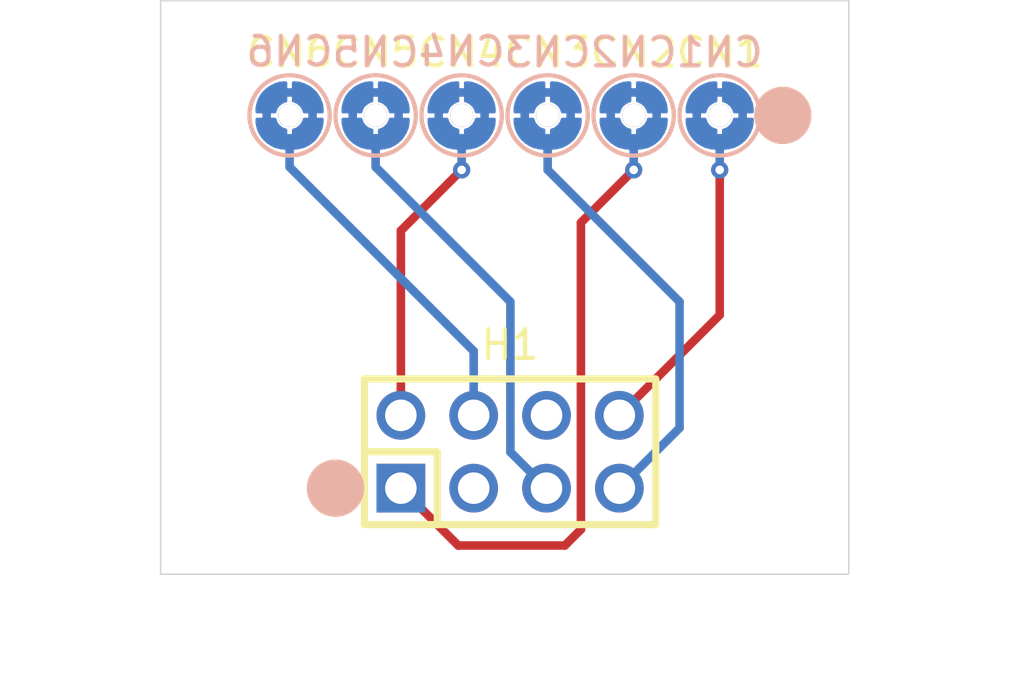
<source format=kicad_pcb>
(kicad_pcb (version 20241229) (generator "pcbnew") (generator_version "9.0")
  (layers (0 "F.Cu" signal) (2 "B.Cu" signal) (13 "F.Paste" user) (15 "B.Paste" user) (5 "F.SilkS" user "F.Silkscreen") (7 "B.SilkS" user "B.Silkscreen") (1 "F.Mask" user) (3 "B.Mask" user) (25 "Edge.Cuts" user))
  (net 0 "")
  (net 1 "Net-(CN1-Pad1)")
  (net 2 "Net-(CN2-Pad1)")
  (net 3 "Net-(CN3-Pad1)")
  (net 4 "Net-(CN4-Pad1)")
  (net 5 "Net-(CN5-Pad1)")
  (net 6 "Net-(CN6-Pad1)")
  (footprint "easyeda2kicad:HDR-TH_8P-P2.54-V-M-R2-C4-S2.54" (layer "F.Cu") (at 144.69 99.83)
    (property "Reference" "H1" (at 0 -3.73 0) (layer "F.SilkS"))
    (property "Value" "PZ254V-12-8P")
    (fp_line (start -5.08 -2.54) (end 5.07 -2.54) (stroke (width 0.25)) (layer "F.SilkS"))
    (fp_line (start -5.08 0) (end -2.54 0) (stroke (width 0.25)) (layer "F.SilkS"))
    (fp_line (start -5.08 2.54) (end -5.08 -2.54) (stroke (width 0.25)) (layer "F.SilkS"))
    (fp_line (start -2.54 0) (end -2.54 2.54) (stroke (width 0.25)) (layer "F.SilkS"))
    (fp_line (start 5.08 -2.54) (end 5.08 2.54) (stroke (width 0.25)) (layer "F.SilkS"))
    (fp_line (start 5.08 2.54) (end -5.08 2.54) (stroke (width 0.25)) (layer "F.SilkS"))
    (pad "1" thru_hole rect (at -3.81 1.27) (size 1.7 1.7) (drill 1.099998) (layers "*.Cu" "*.Mask") (net 2 "Net-(CN2-Pad1)"))
    (pad "2" thru_hole circle (at -3.81 -1.27) (size 1.7 1.7) (drill 1.099998) (layers "*.Cu" "*.Mask") (net 4 "Net-(CN4-Pad1)"))
    (pad "3" thru_hole circle (at -1.27 1.27) (size 1.7 1.7) (drill 1.099998) (layers "*.Cu" "*.Mask"))
    (pad "4" thru_hole circle (at -1.27 -1.27) (size 1.7 1.7) (drill 1.099998) (layers "*.Cu" "*.Mask") (net 6 "Net-(CN6-Pad1)"))
    (pad "5" thru_hole circle (at 1.27 1.27) (size 1.7 1.7) (drill 1.099998) (layers "*.Cu" "*.Mask") (net 5 "Net-(CN5-Pad1)"))
    (pad "6" thru_hole circle (at 1.27 -1.27) (size 1.7 1.7) (drill 1.099998) (layers "*.Cu" "*.Mask"))
    (pad "7" thru_hole circle (at 3.81 1.27) (size 1.7 1.7) (drill 1.099998) (layers "*.Cu" "*.Mask") (net 3 "Net-(CN3-Pad1)"))
    (pad "8" thru_hole circle (at 3.81 -1.27) (size 1.7 1.7) (drill 1.099998) (layers "*.Cu" "*.Mask") (net 1 "Net-(CN1-Pad1)"))
  )
  (footprint "easyeda2kicad:TESTPOINT-SMD_BD2.0-D0.7" (layer "B.Cu") (at 152 88.1 180)
    (property "Reference" "CN1" (at 0 2.2 0) (layer "B.SilkS") (effects (justify mirror)))
    (property "Value" "YZ29115060P-02")
    (fp_circle (center 0 0) (end 1.4 0) (stroke (width 0.15)) (fill no) (layer "B.SilkS"))
    (pad "" thru_hole circle (at 0 0 180) (size 0.8 0.8) (drill 0.8) (layers "*.Cu" "*.Mask"))
    (pad "1" smd custom (at -0.63 0.57 180) (size 0.01 0.01) (layers "B.Cu" "B.Mask" "B.Paste") (net 1 "Net-(CN1-Pad1)") (options (clearance outline) (anchor circle)) (primitives (gr_poly (pts (xy 0.5 -0.07) (xy 0.5 0.57) (xy 0.46 0.57) (xy 0.41 0.57) (xy 0.37 0.56) (xy 0.32 0.56) (xy 0.28 0.55) (xy 0.23 0.54) (xy 0.19 0.52) (xy 0.14 0.51) (xy 0.1 0.49) (xy 0.06 0.47) (xy 0.02 0.45) (xy -0.02 0.43) (xy -0.06 0.41) (xy -0.1 0.38) (xy -0.13 0.35) (xy -0.17 0.32) (xy -0.2 0.29) (xy -0.24 0.26) (xy -0.27 0.23) (xy -0.3 0.19) (xy -0.32 0.16) (xy -0.35 0.12) (xy -0.37 0.08) (xy -0.4 0.04) (xy -0.42 0) (xy -0.43 -0.04) (xy -0.45 -0.09) (xy -0.47 -0.13) (xy -0.48 -0.17) (xy -0.49 -0.22) (xy -0.5 -0.26) (xy -0.5 -0.31) (xy -0.51 -0.35) (xy -0.51 -0.4) (xy -0.51 -0.45) (xy 0.12 -0.45) (xy 0.13 -0.41) (xy 0.14 -0.38) (xy 0.15 -0.35) (xy 0.17 -0.32) (xy 0.19 -0.29) (xy 0.2 -0.26) (xy 0.22 -0.24) (xy 0.25 -0.21) (xy 0.27 -0.19) (xy 0.3 -0.17) (xy 0.32 -0.15) (xy 0.35 -0.13) (xy 0.38 -0.11) (xy 0.41 -0.1) (xy 0.44 -0.08) (xy 0.47 -0.07) (xy 0.5 -0.07)) (width 0.1) (fill yes))))
    (pad "1" smd custom (at -0.57 -0.63 180) (size 0.01 0.01) (layers "B.Cu" "B.Mask" "B.Paste") (net 1 "Net-(CN1-Pad1)") (options (clearance outline) (anchor circle)) (primitives (gr_poly (pts (xy 0.06 0.5) (xy -0.57 0.5) (xy -0.57 0.45) (xy -0.57 0.41) (xy -0.56 0.36) (xy -0.56 0.32) (xy -0.55 0.27) (xy -0.54 0.23) (xy -0.53 0.18) (xy -0.51 0.14) (xy -0.49 0.1) (xy -0.48 0.06) (xy -0.46 0.02) (xy -0.43 -0.02) (xy -0.41 -0.06) (xy -0.38 -0.1) (xy -0.36 -0.14) (xy -0.33 -0.17) (xy -0.3 -0.21) (xy -0.26 -0.24) (xy -0.23 -0.27) (xy -0.19 -0.3) (xy -0.16 -0.33) (xy -0.12 -0.35) (xy -0.08 -0.38) (xy -0.04 -0.4) (xy 0 -0.42) (xy 0.04 -0.44) (xy 0.08 -0.46) (xy 0.13 -0.47) (xy 0.17 -0.48) (xy 0.22 -0.49) (xy 0.26 -0.5) (xy 0.31 -0.51) (xy 0.35 -0.51) (xy 0.4 -0.52) (xy 0.44 -0.52) (xy 0.44 0.12) (xy 0.41 0.13) (xy 0.38 0.14) (xy 0.35 0.15) (xy 0.32 0.16) (xy 0.29 0.18) (xy 0.26 0.2) (xy 0.24 0.22) (xy 0.21 0.24) (xy 0.19 0.27) (xy 0.16 0.29) (xy 0.14 0.32) (xy 0.13 0.35) (xy 0.11 0.37) (xy 0.09 0.4) (xy 0.08 0.44) (xy 0.07 0.47) (xy 0.06 0.5)) (width 0.1) (fill yes))))
    (pad "1" smd custom (at 0.57 0.63 180) (size 0.01 0.01) (layers "B.Cu" "B.Mask" "B.Paste") (net 1 "Net-(CN1-Pad1)") (options (clearance outline) (anchor circle)) (primitives (gr_poly (pts (xy -0.06 -0.51) (xy 0.57 -0.51) (xy 0.57 -0.46) (xy 0.57 -0.41) (xy 0.57 -0.37) (xy 0.56 -0.32) (xy 0.55 -0.28) (xy 0.54 -0.23) (xy 0.53 -0.19) (xy 0.51 -0.15) (xy 0.5 -0.1) (xy 0.48 -0.06) (xy 0.46 -0.02) (xy 0.44 0.02) (xy 0.41 0.06) (xy 0.39 0.1) (xy 0.36 0.13) (xy 0.33 0.17) (xy 0.3 0.2) (xy 0.26 0.23) (xy 0.23 0.26) (xy 0.2 0.29) (xy 0.16 0.32) (xy 0.12 0.35) (xy 0.08 0.37) (xy 0.04 0.39) (xy 0 0.41) (xy -0.04 0.43) (xy -0.08 0.45) (xy -0.13 0.46) (xy -0.17 0.48) (xy -0.21 0.49) (xy -0.26 0.5) (xy -0.3 0.5) (xy -0.35 0.51) (xy -0.4 0.51) (xy -0.44 0.51) (xy -0.44 -0.13) (xy -0.41 -0.13) (xy -0.38 -0.14) (xy -0.35 -0.16) (xy -0.32 -0.17) (xy -0.29 -0.19) (xy -0.26 -0.21) (xy -0.23 -0.23) (xy -0.21 -0.25) (xy -0.18 -0.27) (xy -0.16 -0.3) (xy -0.14 -0.32) (xy -0.12 -0.35) (xy -0.11 -0.38) (xy -0.09 -0.41) (xy -0.08 -0.44) (xy -0.07 -0.47) (xy -0.06 -0.51)) (width 0.1) (fill yes))))
    (pad "1" smd custom (at 0.63 -0.57 180) (size 0.01 0.01) (layers "B.Cu" "B.Mask" "B.Paste") (net 1 "Net-(CN1-Pad1)") (options (clearance outline) (anchor circle)) (primitives (gr_poly (pts (xy -0.5 0.06) (xy -0.5 -0.58) (xy -0.46 -0.58) (xy -0.41 -0.57) (xy -0.36 -0.57) (xy -0.32 -0.56) (xy -0.27 -0.55) (xy -0.23 -0.54) (xy -0.19 -0.53) (xy -0.14 -0.52) (xy -0.1 -0.5) (xy -0.06 -0.48) (xy -0.02 -0.46) (xy 0.02 -0.44) (xy 0.06 -0.41) (xy 0.1 -0.39) (xy 0.14 -0.36) (xy 0.17 -0.33) (xy 0.2 -0.3) (xy 0.24 -0.27) (xy 0.27 -0.23) (xy 0.3 -0.2) (xy 0.33 -0.16) (xy 0.35 -0.12) (xy 0.38 -0.08) (xy 0.4 -0.04) (xy 0.42 0) (xy 0.44 0.04) (xy 0.45 0.08) (xy 0.47 0.12) (xy 0.48 0.17) (xy 0.49 0.21) (xy 0.5 0.26) (xy 0.51 0.3) (xy 0.51 0.35) (xy 0.51 0.39) (xy 0.51 0.44) (xy -0.12 0.44) (xy -0.13 0.41) (xy -0.14 0.38) (xy -0.15 0.34) (xy -0.17 0.31) (xy -0.18 0.29) (xy -0.2 0.26) (xy -0.22 0.23) (xy -0.24 0.21) (xy -0.27 0.18) (xy -0.29 0.16) (xy -0.32 0.14) (xy -0.35 0.12) (xy -0.38 0.1) (xy -0.41 0.09) (xy -0.44 0.08) (xy -0.47 0.07) (xy -0.5 0.06)) (width 0.1) (fill yes))))
  )
  (footprint "easyeda2kicad:TESTPOINT-SMD_BD2.0-D0.7" (layer "B.Cu") (at 137 88.1 180)
    (property "Reference" "CN6" (at 0 2.23 0) (layer "B.SilkS") (effects (justify mirror)))
    (property "Value" "YZ29115060P-02")
    (fp_circle (center 0 0) (end 1.4 0) (stroke (width 0.15)) (fill no) (layer "B.SilkS"))
    (pad "" thru_hole circle (at 0 0 180) (size 0.8 0.8) (drill 0.8) (layers "*.Cu" "*.Mask"))
    (pad "1" smd custom (at -0.63 0.57 180) (size 0.01 0.01) (layers "B.Cu" "B.Mask" "B.Paste") (net 6 "Net-(CN6-Pad1)") (options (clearance outline) (anchor circle)) (primitives (gr_poly (pts (xy 0.5 -0.07) (xy 0.5 0.57) (xy 0.46 0.57) (xy 0.41 0.57) (xy 0.37 0.56) (xy 0.32 0.56) (xy 0.28 0.55) (xy 0.23 0.54) (xy 0.19 0.52) (xy 0.14 0.51) (xy 0.1 0.49) (xy 0.06 0.47) (xy 0.02 0.45) (xy -0.02 0.43) (xy -0.06 0.41) (xy -0.1 0.38) (xy -0.13 0.35) (xy -0.17 0.32) (xy -0.2 0.29) (xy -0.24 0.26) (xy -0.27 0.23) (xy -0.3 0.19) (xy -0.32 0.16) (xy -0.35 0.12) (xy -0.37 0.08) (xy -0.4 0.04) (xy -0.42 0) (xy -0.43 -0.04) (xy -0.45 -0.09) (xy -0.47 -0.13) (xy -0.48 -0.17) (xy -0.49 -0.22) (xy -0.5 -0.26) (xy -0.5 -0.31) (xy -0.51 -0.35) (xy -0.51 -0.4) (xy -0.51 -0.45) (xy 0.12 -0.45) (xy 0.13 -0.41) (xy 0.14 -0.38) (xy 0.15 -0.35) (xy 0.17 -0.32) (xy 0.19 -0.29) (xy 0.2 -0.26) (xy 0.22 -0.24) (xy 0.25 -0.21) (xy 0.27 -0.19) (xy 0.3 -0.17) (xy 0.32 -0.15) (xy 0.35 -0.13) (xy 0.38 -0.11) (xy 0.41 -0.1) (xy 0.44 -0.08) (xy 0.47 -0.07) (xy 0.5 -0.07)) (width 0.1) (fill yes))))
    (pad "1" smd custom (at -0.57 -0.63 180) (size 0.01 0.01) (layers "B.Cu" "B.Mask" "B.Paste") (net 6 "Net-(CN6-Pad1)") (options (clearance outline) (anchor circle)) (primitives (gr_poly (pts (xy 0.06 0.5) (xy -0.57 0.5) (xy -0.57 0.45) (xy -0.57 0.41) (xy -0.56 0.36) (xy -0.56 0.32) (xy -0.55 0.27) (xy -0.54 0.23) (xy -0.53 0.18) (xy -0.51 0.14) (xy -0.49 0.1) (xy -0.48 0.06) (xy -0.46 0.02) (xy -0.43 -0.02) (xy -0.41 -0.06) (xy -0.38 -0.1) (xy -0.36 -0.14) (xy -0.33 -0.17) (xy -0.3 -0.21) (xy -0.26 -0.24) (xy -0.23 -0.27) (xy -0.19 -0.3) (xy -0.16 -0.33) (xy -0.12 -0.35) (xy -0.08 -0.38) (xy -0.04 -0.4) (xy 0 -0.42) (xy 0.04 -0.44) (xy 0.08 -0.46) (xy 0.13 -0.47) (xy 0.17 -0.48) (xy 0.22 -0.49) (xy 0.26 -0.5) (xy 0.31 -0.51) (xy 0.35 -0.51) (xy 0.4 -0.52) (xy 0.44 -0.52) (xy 0.44 0.12) (xy 0.41 0.13) (xy 0.38 0.14) (xy 0.35 0.15) (xy 0.32 0.16) (xy 0.29 0.18) (xy 0.26 0.2) (xy 0.24 0.22) (xy 0.21 0.24) (xy 0.19 0.27) (xy 0.16 0.29) (xy 0.14 0.32) (xy 0.13 0.35) (xy 0.11 0.37) (xy 0.09 0.4) (xy 0.08 0.44) (xy 0.07 0.47) (xy 0.06 0.5)) (width 0.1) (fill yes))))
    (pad "1" smd custom (at 0.57 0.63 180) (size 0.01 0.01) (layers "B.Cu" "B.Mask" "B.Paste") (net 6 "Net-(CN6-Pad1)") (options (clearance outline) (anchor circle)) (primitives (gr_poly (pts (xy -0.06 -0.51) (xy 0.57 -0.51) (xy 0.57 -0.46) (xy 0.57 -0.41) (xy 0.57 -0.37) (xy 0.56 -0.32) (xy 0.55 -0.28) (xy 0.54 -0.23) (xy 0.53 -0.19) (xy 0.51 -0.15) (xy 0.5 -0.1) (xy 0.48 -0.06) (xy 0.46 -0.02) (xy 0.44 0.02) (xy 0.41 0.06) (xy 0.39 0.1) (xy 0.36 0.13) (xy 0.33 0.17) (xy 0.3 0.2) (xy 0.26 0.23) (xy 0.23 0.26) (xy 0.2 0.29) (xy 0.16 0.32) (xy 0.12 0.35) (xy 0.08 0.37) (xy 0.04 0.39) (xy 0 0.41) (xy -0.04 0.43) (xy -0.08 0.45) (xy -0.13 0.46) (xy -0.17 0.48) (xy -0.21 0.49) (xy -0.26 0.5) (xy -0.3 0.5) (xy -0.35 0.51) (xy -0.4 0.51) (xy -0.44 0.51) (xy -0.44 -0.13) (xy -0.41 -0.13) (xy -0.38 -0.14) (xy -0.35 -0.16) (xy -0.32 -0.17) (xy -0.29 -0.19) (xy -0.26 -0.21) (xy -0.23 -0.23) (xy -0.21 -0.25) (xy -0.18 -0.27) (xy -0.16 -0.3) (xy -0.14 -0.32) (xy -0.12 -0.35) (xy -0.11 -0.38) (xy -0.09 -0.41) (xy -0.08 -0.44) (xy -0.07 -0.47) (xy -0.06 -0.51)) (width 0.1) (fill yes))))
    (pad "1" smd custom (at 0.63 -0.57 180) (size 0.01 0.01) (layers "B.Cu" "B.Mask" "B.Paste") (net 6 "Net-(CN6-Pad1)") (options (clearance outline) (anchor circle)) (primitives (gr_poly (pts (xy -0.5 0.06) (xy -0.5 -0.58) (xy -0.46 -0.58) (xy -0.41 -0.57) (xy -0.36 -0.57) (xy -0.32 -0.56) (xy -0.27 -0.55) (xy -0.23 -0.54) (xy -0.19 -0.53) (xy -0.14 -0.52) (xy -0.1 -0.5) (xy -0.06 -0.48) (xy -0.02 -0.46) (xy 0.02 -0.44) (xy 0.06 -0.41) (xy 0.1 -0.39) (xy 0.14 -0.36) (xy 0.17 -0.33) (xy 0.2 -0.3) (xy 0.24 -0.27) (xy 0.27 -0.23) (xy 0.3 -0.2) (xy 0.33 -0.16) (xy 0.35 -0.12) (xy 0.38 -0.08) (xy 0.4 -0.04) (xy 0.42 0) (xy 0.44 0.04) (xy 0.45 0.08) (xy 0.47 0.12) (xy 0.48 0.17) (xy 0.49 0.21) (xy 0.5 0.26) (xy 0.51 0.3) (xy 0.51 0.35) (xy 0.51 0.39) (xy 0.51 0.44) (xy -0.12 0.44) (xy -0.13 0.41) (xy -0.14 0.38) (xy -0.15 0.34) (xy -0.17 0.31) (xy -0.18 0.29) (xy -0.2 0.26) (xy -0.22 0.23) (xy -0.24 0.21) (xy -0.27 0.18) (xy -0.29 0.16) (xy -0.32 0.14) (xy -0.35 0.12) (xy -0.38 0.1) (xy -0.41 0.09) (xy -0.44 0.08) (xy -0.47 0.07) (xy -0.5 0.06)) (width 0.1) (fill yes))))
  )
  (footprint "easyeda2kicad:TESTPOINT-SMD_BD2.0-D0.7" (layer "B.Cu") (at 140 88.1 180)
    (property "Reference" "CN5" (at 0 2.2 0) (layer "B.SilkS") (effects (justify mirror)))
    (property "Value" "YZ29115060P-02")
    (fp_circle (center 0 0) (end 1.4 0) (stroke (width 0.15)) (fill no) (layer "B.SilkS"))
    (pad "" thru_hole circle (at 0 0 180) (size 0.8 0.8) (drill 0.8) (layers "*.Cu" "*.Mask"))
    (pad "1" smd custom (at -0.63 0.57 180) (size 0.01 0.01) (layers "B.Cu" "B.Mask" "B.Paste") (net 5 "Net-(CN5-Pad1)") (options (clearance outline) (anchor circle)) (primitives (gr_poly (pts (xy 0.5 -0.07) (xy 0.5 0.57) (xy 0.46 0.57) (xy 0.41 0.57) (xy 0.37 0.56) (xy 0.32 0.56) (xy 0.28 0.55) (xy 0.23 0.54) (xy 0.19 0.52) (xy 0.14 0.51) (xy 0.1 0.49) (xy 0.06 0.47) (xy 0.02 0.45) (xy -0.02 0.43) (xy -0.06 0.41) (xy -0.1 0.38) (xy -0.13 0.35) (xy -0.17 0.32) (xy -0.2 0.29) (xy -0.24 0.26) (xy -0.27 0.23) (xy -0.3 0.19) (xy -0.32 0.16) (xy -0.35 0.12) (xy -0.37 0.08) (xy -0.4 0.04) (xy -0.42 0) (xy -0.43 -0.04) (xy -0.45 -0.09) (xy -0.47 -0.13) (xy -0.48 -0.17) (xy -0.49 -0.22) (xy -0.5 -0.26) (xy -0.5 -0.31) (xy -0.51 -0.35) (xy -0.51 -0.4) (xy -0.51 -0.45) (xy 0.12 -0.45) (xy 0.13 -0.41) (xy 0.14 -0.38) (xy 0.15 -0.35) (xy 0.17 -0.32) (xy 0.19 -0.29) (xy 0.2 -0.26) (xy 0.22 -0.24) (xy 0.25 -0.21) (xy 0.27 -0.19) (xy 0.3 -0.17) (xy 0.32 -0.15) (xy 0.35 -0.13) (xy 0.38 -0.11) (xy 0.41 -0.1) (xy 0.44 -0.08) (xy 0.47 -0.07) (xy 0.5 -0.07)) (width 0.1) (fill yes))))
    (pad "1" smd custom (at -0.57 -0.63 180) (size 0.01 0.01) (layers "B.Cu" "B.Mask" "B.Paste") (net 5 "Net-(CN5-Pad1)") (options (clearance outline) (anchor circle)) (primitives (gr_poly (pts (xy 0.06 0.5) (xy -0.57 0.5) (xy -0.57 0.45) (xy -0.57 0.41) (xy -0.56 0.36) (xy -0.56 0.32) (xy -0.55 0.27) (xy -0.54 0.23) (xy -0.53 0.18) (xy -0.51 0.14) (xy -0.49 0.1) (xy -0.48 0.06) (xy -0.46 0.02) (xy -0.43 -0.02) (xy -0.41 -0.06) (xy -0.38 -0.1) (xy -0.36 -0.14) (xy -0.33 -0.17) (xy -0.3 -0.21) (xy -0.26 -0.24) (xy -0.23 -0.27) (xy -0.19 -0.3) (xy -0.16 -0.33) (xy -0.12 -0.35) (xy -0.08 -0.38) (xy -0.04 -0.4) (xy 0 -0.42) (xy 0.04 -0.44) (xy 0.08 -0.46) (xy 0.13 -0.47) (xy 0.17 -0.48) (xy 0.22 -0.49) (xy 0.26 -0.5) (xy 0.31 -0.51) (xy 0.35 -0.51) (xy 0.4 -0.52) (xy 0.44 -0.52) (xy 0.44 0.12) (xy 0.41 0.13) (xy 0.38 0.14) (xy 0.35 0.15) (xy 0.32 0.16) (xy 0.29 0.18) (xy 0.26 0.2) (xy 0.24 0.22) (xy 0.21 0.24) (xy 0.19 0.27) (xy 0.16 0.29) (xy 0.14 0.32) (xy 0.13 0.35) (xy 0.11 0.37) (xy 0.09 0.4) (xy 0.08 0.44) (xy 0.07 0.47) (xy 0.06 0.5)) (width 0.1) (fill yes))))
    (pad "1" smd custom (at 0.57 0.63 180) (size 0.01 0.01) (layers "B.Cu" "B.Mask" "B.Paste") (net 5 "Net-(CN5-Pad1)") (options (clearance outline) (anchor circle)) (primitives (gr_poly (pts (xy -0.06 -0.51) (xy 0.57 -0.51) (xy 0.57 -0.46) (xy 0.57 -0.41) (xy 0.57 -0.37) (xy 0.56 -0.32) (xy 0.55 -0.28) (xy 0.54 -0.23) (xy 0.53 -0.19) (xy 0.51 -0.15) (xy 0.5 -0.1) (xy 0.48 -0.06) (xy 0.46 -0.02) (xy 0.44 0.02) (xy 0.41 0.06) (xy 0.39 0.1) (xy 0.36 0.13) (xy 0.33 0.17) (xy 0.3 0.2) (xy 0.26 0.23) (xy 0.23 0.26) (xy 0.2 0.29) (xy 0.16 0.32) (xy 0.12 0.35) (xy 0.08 0.37) (xy 0.04 0.39) (xy 0 0.41) (xy -0.04 0.43) (xy -0.08 0.45) (xy -0.13 0.46) (xy -0.17 0.48) (xy -0.21 0.49) (xy -0.26 0.5) (xy -0.3 0.5) (xy -0.35 0.51) (xy -0.4 0.51) (xy -0.44 0.51) (xy -0.44 -0.13) (xy -0.41 -0.13) (xy -0.38 -0.14) (xy -0.35 -0.16) (xy -0.32 -0.17) (xy -0.29 -0.19) (xy -0.26 -0.21) (xy -0.23 -0.23) (xy -0.21 -0.25) (xy -0.18 -0.27) (xy -0.16 -0.3) (xy -0.14 -0.32) (xy -0.12 -0.35) (xy -0.11 -0.38) (xy -0.09 -0.41) (xy -0.08 -0.44) (xy -0.07 -0.47) (xy -0.06 -0.51)) (width 0.1) (fill yes))))
    (pad "1" smd custom (at 0.63 -0.57 180) (size 0.01 0.01) (layers "B.Cu" "B.Mask" "B.Paste") (net 5 "Net-(CN5-Pad1)") (options (clearance outline) (anchor circle)) (primitives (gr_poly (pts (xy -0.5 0.06) (xy -0.5 -0.58) (xy -0.46 -0.58) (xy -0.41 -0.57) (xy -0.36 -0.57) (xy -0.32 -0.56) (xy -0.27 -0.55) (xy -0.23 -0.54) (xy -0.19 -0.53) (xy -0.14 -0.52) (xy -0.1 -0.5) (xy -0.06 -0.48) (xy -0.02 -0.46) (xy 0.02 -0.44) (xy 0.06 -0.41) (xy 0.1 -0.39) (xy 0.14 -0.36) (xy 0.17 -0.33) (xy 0.2 -0.3) (xy 0.24 -0.27) (xy 0.27 -0.23) (xy 0.3 -0.2) (xy 0.33 -0.16) (xy 0.35 -0.12) (xy 0.38 -0.08) (xy 0.4 -0.04) (xy 0.42 0) (xy 0.44 0.04) (xy 0.45 0.08) (xy 0.47 0.12) (xy 0.48 0.17) (xy 0.49 0.21) (xy 0.5 0.26) (xy 0.51 0.3) (xy 0.51 0.35) (xy 0.51 0.39) (xy 0.51 0.44) (xy -0.12 0.44) (xy -0.13 0.41) (xy -0.14 0.38) (xy -0.15 0.34) (xy -0.17 0.31) (xy -0.18 0.29) (xy -0.2 0.26) (xy -0.22 0.23) (xy -0.24 0.21) (xy -0.27 0.18) (xy -0.29 0.16) (xy -0.32 0.14) (xy -0.35 0.12) (xy -0.38 0.1) (xy -0.41 0.09) (xy -0.44 0.08) (xy -0.47 0.07) (xy -0.5 0.06)) (width 0.1) (fill yes))))
  )
  (footprint "easyeda2kicad:TESTPOINT-SMD_BD2.0-D0.7" (layer "B.Cu") (at 146 88.1 180)
    (property "Reference" "CN3" (at 0 2.2 0) (layer "B.SilkS") (effects (justify mirror)))
    (property "Value" "YZ29115060P-02")
    (fp_circle (center 0 0) (end 1.4 0) (stroke (width 0.15)) (fill no) (layer "B.SilkS"))
    (pad "" thru_hole circle (at 0 0 180) (size 0.8 0.8) (drill 0.8) (layers "*.Cu" "*.Mask"))
    (pad "1" smd custom (at -0.63 0.57 180) (size 0.01 0.01) (layers "B.Cu" "B.Mask" "B.Paste") (net 3 "Net-(CN3-Pad1)") (options (clearance outline) (anchor circle)) (primitives (gr_poly (pts (xy 0.5 -0.07) (xy 0.5 0.57) (xy 0.46 0.57) (xy 0.41 0.57) (xy 0.37 0.56) (xy 0.32 0.56) (xy 0.28 0.55) (xy 0.23 0.54) (xy 0.19 0.52) (xy 0.14 0.51) (xy 0.1 0.49) (xy 0.06 0.47) (xy 0.02 0.45) (xy -0.02 0.43) (xy -0.06 0.41) (xy -0.1 0.38) (xy -0.13 0.35) (xy -0.17 0.32) (xy -0.2 0.29) (xy -0.24 0.26) (xy -0.27 0.23) (xy -0.3 0.19) (xy -0.32 0.16) (xy -0.35 0.12) (xy -0.37 0.08) (xy -0.4 0.04) (xy -0.42 0) (xy -0.43 -0.04) (xy -0.45 -0.09) (xy -0.47 -0.13) (xy -0.48 -0.17) (xy -0.49 -0.22) (xy -0.5 -0.26) (xy -0.5 -0.31) (xy -0.51 -0.35) (xy -0.51 -0.4) (xy -0.51 -0.45) (xy 0.12 -0.45) (xy 0.13 -0.41) (xy 0.14 -0.38) (xy 0.15 -0.35) (xy 0.17 -0.32) (xy 0.19 -0.29) (xy 0.2 -0.26) (xy 0.22 -0.24) (xy 0.25 -0.21) (xy 0.27 -0.19) (xy 0.3 -0.17) (xy 0.32 -0.15) (xy 0.35 -0.13) (xy 0.38 -0.11) (xy 0.41 -0.1) (xy 0.44 -0.08) (xy 0.47 -0.07) (xy 0.5 -0.07)) (width 0.1) (fill yes))))
    (pad "1" smd custom (at -0.57 -0.63 180) (size 0.01 0.01) (layers "B.Cu" "B.Mask" "B.Paste") (net 3 "Net-(CN3-Pad1)") (options (clearance outline) (anchor circle)) (primitives (gr_poly (pts (xy 0.06 0.5) (xy -0.57 0.5) (xy -0.57 0.45) (xy -0.57 0.41) (xy -0.56 0.36) (xy -0.56 0.32) (xy -0.55 0.27) (xy -0.54 0.23) (xy -0.53 0.18) (xy -0.51 0.14) (xy -0.49 0.1) (xy -0.48 0.06) (xy -0.46 0.02) (xy -0.43 -0.02) (xy -0.41 -0.06) (xy -0.38 -0.1) (xy -0.36 -0.14) (xy -0.33 -0.17) (xy -0.3 -0.21) (xy -0.26 -0.24) (xy -0.23 -0.27) (xy -0.19 -0.3) (xy -0.16 -0.33) (xy -0.12 -0.35) (xy -0.08 -0.38) (xy -0.04 -0.4) (xy 0 -0.42) (xy 0.04 -0.44) (xy 0.08 -0.46) (xy 0.13 -0.47) (xy 0.17 -0.48) (xy 0.22 -0.49) (xy 0.26 -0.5) (xy 0.31 -0.51) (xy 0.35 -0.51) (xy 0.4 -0.52) (xy 0.44 -0.52) (xy 0.44 0.12) (xy 0.41 0.13) (xy 0.38 0.14) (xy 0.35 0.15) (xy 0.32 0.16) (xy 0.29 0.18) (xy 0.26 0.2) (xy 0.24 0.22) (xy 0.21 0.24) (xy 0.19 0.27) (xy 0.16 0.29) (xy 0.14 0.32) (xy 0.13 0.35) (xy 0.11 0.37) (xy 0.09 0.4) (xy 0.08 0.44) (xy 0.07 0.47) (xy 0.06 0.5)) (width 0.1) (fill yes))))
    (pad "1" smd custom (at 0.57 0.63 180) (size 0.01 0.01) (layers "B.Cu" "B.Mask" "B.Paste") (net 3 "Net-(CN3-Pad1)") (options (clearance outline) (anchor circle)) (primitives (gr_poly (pts (xy -0.06 -0.51) (xy 0.57 -0.51) (xy 0.57 -0.46) (xy 0.57 -0.41) (xy 0.57 -0.37) (xy 0.56 -0.32) (xy 0.55 -0.28) (xy 0.54 -0.23) (xy 0.53 -0.19) (xy 0.51 -0.15) (xy 0.5 -0.1) (xy 0.48 -0.06) (xy 0.46 -0.02) (xy 0.44 0.02) (xy 0.41 0.06) (xy 0.39 0.1) (xy 0.36 0.13) (xy 0.33 0.17) (xy 0.3 0.2) (xy 0.26 0.23) (xy 0.23 0.26) (xy 0.2 0.29) (xy 0.16 0.32) (xy 0.12 0.35) (xy 0.08 0.37) (xy 0.04 0.39) (xy 0 0.41) (xy -0.04 0.43) (xy -0.08 0.45) (xy -0.13 0.46) (xy -0.17 0.48) (xy -0.21 0.49) (xy -0.26 0.5) (xy -0.3 0.5) (xy -0.35 0.51) (xy -0.4 0.51) (xy -0.44 0.51) (xy -0.44 -0.13) (xy -0.41 -0.13) (xy -0.38 -0.14) (xy -0.35 -0.16) (xy -0.32 -0.17) (xy -0.29 -0.19) (xy -0.26 -0.21) (xy -0.23 -0.23) (xy -0.21 -0.25) (xy -0.18 -0.27) (xy -0.16 -0.3) (xy -0.14 -0.32) (xy -0.12 -0.35) (xy -0.11 -0.38) (xy -0.09 -0.41) (xy -0.08 -0.44) (xy -0.07 -0.47) (xy -0.06 -0.51)) (width 0.1) (fill yes))))
    (pad "1" smd custom (at 0.63 -0.57 180) (size 0.01 0.01) (layers "B.Cu" "B.Mask" "B.Paste") (net 3 "Net-(CN3-Pad1)") (options (clearance outline) (anchor circle)) (primitives (gr_poly (pts (xy -0.5 0.06) (xy -0.5 -0.58) (xy -0.46 -0.58) (xy -0.41 -0.57) (xy -0.36 -0.57) (xy -0.32 -0.56) (xy -0.27 -0.55) (xy -0.23 -0.54) (xy -0.19 -0.53) (xy -0.14 -0.52) (xy -0.1 -0.5) (xy -0.06 -0.48) (xy -0.02 -0.46) (xy 0.02 -0.44) (xy 0.06 -0.41) (xy 0.1 -0.39) (xy 0.14 -0.36) (xy 0.17 -0.33) (xy 0.2 -0.3) (xy 0.24 -0.27) (xy 0.27 -0.23) (xy 0.3 -0.2) (xy 0.33 -0.16) (xy 0.35 -0.12) (xy 0.38 -0.08) (xy 0.4 -0.04) (xy 0.42 0) (xy 0.44 0.04) (xy 0.45 0.08) (xy 0.47 0.12) (xy 0.48 0.17) (xy 0.49 0.21) (xy 0.5 0.26) (xy 0.51 0.3) (xy 0.51 0.35) (xy 0.51 0.39) (xy 0.51 0.44) (xy -0.12 0.44) (xy -0.13 0.41) (xy -0.14 0.38) (xy -0.15 0.34) (xy -0.17 0.31) (xy -0.18 0.29) (xy -0.2 0.26) (xy -0.22 0.23) (xy -0.24 0.21) (xy -0.27 0.18) (xy -0.29 0.16) (xy -0.32 0.14) (xy -0.35 0.12) (xy -0.38 0.1) (xy -0.41 0.09) (xy -0.44 0.08) (xy -0.47 0.07) (xy -0.5 0.06)) (width 0.1) (fill yes))))
  )
  (footprint "easyeda2kicad:TESTPOINT-SMD_BD2.0-D0.7" (layer "B.Cu") (at 143 88.1 180)
    (property "Reference" "CN4" (at 0 2.23 0) (layer "B.SilkS") (effects (justify mirror)))
    (property "Value" "YZ29115060P-02")
    (fp_circle (center 0 0) (end 1.4 0) (stroke (width 0.15)) (fill no) (layer "B.SilkS"))
    (pad "" thru_hole circle (at 0 0 180) (size 0.8 0.8) (drill 0.8) (layers "*.Cu" "*.Mask"))
    (pad "1" smd custom (at -0.63 0.57 180) (size 0.01 0.01) (layers "B.Cu" "B.Mask" "B.Paste") (net 4 "Net-(CN4-Pad1)") (options (clearance outline) (anchor circle)) (primitives (gr_poly (pts (xy 0.5 -0.07) (xy 0.5 0.57) (xy 0.46 0.57) (xy 0.41 0.57) (xy 0.37 0.56) (xy 0.32 0.56) (xy 0.28 0.55) (xy 0.23 0.54) (xy 0.19 0.52) (xy 0.14 0.51) (xy 0.1 0.49) (xy 0.06 0.47) (xy 0.02 0.45) (xy -0.02 0.43) (xy -0.06 0.41) (xy -0.1 0.38) (xy -0.13 0.35) (xy -0.17 0.32) (xy -0.2 0.29) (xy -0.24 0.26) (xy -0.27 0.23) (xy -0.3 0.19) (xy -0.32 0.16) (xy -0.35 0.12) (xy -0.37 0.08) (xy -0.4 0.04) (xy -0.42 0) (xy -0.43 -0.04) (xy -0.45 -0.09) (xy -0.47 -0.13) (xy -0.48 -0.17) (xy -0.49 -0.22) (xy -0.5 -0.26) (xy -0.5 -0.31) (xy -0.51 -0.35) (xy -0.51 -0.4) (xy -0.51 -0.45) (xy 0.12 -0.45) (xy 0.13 -0.41) (xy 0.14 -0.38) (xy 0.15 -0.35) (xy 0.17 -0.32) (xy 0.19 -0.29) (xy 0.2 -0.26) (xy 0.22 -0.24) (xy 0.25 -0.21) (xy 0.27 -0.19) (xy 0.3 -0.17) (xy 0.32 -0.15) (xy 0.35 -0.13) (xy 0.38 -0.11) (xy 0.41 -0.1) (xy 0.44 -0.08) (xy 0.47 -0.07) (xy 0.5 -0.07)) (width 0.1) (fill yes))))
    (pad "1" smd custom (at -0.57 -0.63 180) (size 0.01 0.01) (layers "B.Cu" "B.Mask" "B.Paste") (net 4 "Net-(CN4-Pad1)") (options (clearance outline) (anchor circle)) (primitives (gr_poly (pts (xy 0.06 0.5) (xy -0.57 0.5) (xy -0.57 0.45) (xy -0.57 0.41) (xy -0.56 0.36) (xy -0.56 0.32) (xy -0.55 0.27) (xy -0.54 0.23) (xy -0.53 0.18) (xy -0.51 0.14) (xy -0.49 0.1) (xy -0.48 0.06) (xy -0.46 0.02) (xy -0.43 -0.02) (xy -0.41 -0.06) (xy -0.38 -0.1) (xy -0.36 -0.14) (xy -0.33 -0.17) (xy -0.3 -0.21) (xy -0.26 -0.24) (xy -0.23 -0.27) (xy -0.19 -0.3) (xy -0.16 -0.33) (xy -0.12 -0.35) (xy -0.08 -0.38) (xy -0.04 -0.4) (xy 0 -0.42) (xy 0.04 -0.44) (xy 0.08 -0.46) (xy 0.13 -0.47) (xy 0.17 -0.48) (xy 0.22 -0.49) (xy 0.26 -0.5) (xy 0.31 -0.51) (xy 0.35 -0.51) (xy 0.4 -0.52) (xy 0.44 -0.52) (xy 0.44 0.12) (xy 0.41 0.13) (xy 0.38 0.14) (xy 0.35 0.15) (xy 0.32 0.16) (xy 0.29 0.18) (xy 0.26 0.2) (xy 0.24 0.22) (xy 0.21 0.24) (xy 0.19 0.27) (xy 0.16 0.29) (xy 0.14 0.32) (xy 0.13 0.35) (xy 0.11 0.37) (xy 0.09 0.4) (xy 0.08 0.44) (xy 0.07 0.47) (xy 0.06 0.5)) (width 0.1) (fill yes))))
    (pad "1" smd custom (at 0.57 0.63 180) (size 0.01 0.01) (layers "B.Cu" "B.Mask" "B.Paste") (net 4 "Net-(CN4-Pad1)") (options (clearance outline) (anchor circle)) (primitives (gr_poly (pts (xy -0.06 -0.51) (xy 0.57 -0.51) (xy 0.57 -0.46) (xy 0.57 -0.41) (xy 0.57 -0.37) (xy 0.56 -0.32) (xy 0.55 -0.28) (xy 0.54 -0.23) (xy 0.53 -0.19) (xy 0.51 -0.15) (xy 0.5 -0.1) (xy 0.48 -0.06) (xy 0.46 -0.02) (xy 0.44 0.02) (xy 0.41 0.06) (xy 0.39 0.1) (xy 0.36 0.13) (xy 0.33 0.17) (xy 0.3 0.2) (xy 0.26 0.23) (xy 0.23 0.26) (xy 0.2 0.29) (xy 0.16 0.32) (xy 0.12 0.35) (xy 0.08 0.37) (xy 0.04 0.39) (xy 0 0.41) (xy -0.04 0.43) (xy -0.08 0.45) (xy -0.13 0.46) (xy -0.17 0.48) (xy -0.21 0.49) (xy -0.26 0.5) (xy -0.3 0.5) (xy -0.35 0.51) (xy -0.4 0.51) (xy -0.44 0.51) (xy -0.44 -0.13) (xy -0.41 -0.13) (xy -0.38 -0.14) (xy -0.35 -0.16) (xy -0.32 -0.17) (xy -0.29 -0.19) (xy -0.26 -0.21) (xy -0.23 -0.23) (xy -0.21 -0.25) (xy -0.18 -0.27) (xy -0.16 -0.3) (xy -0.14 -0.32) (xy -0.12 -0.35) (xy -0.11 -0.38) (xy -0.09 -0.41) (xy -0.08 -0.44) (xy -0.07 -0.47) (xy -0.06 -0.51)) (width 0.1) (fill yes))))
    (pad "1" smd custom (at 0.63 -0.57 180) (size 0.01 0.01) (layers "B.Cu" "B.Mask" "B.Paste") (net 4 "Net-(CN4-Pad1)") (options (clearance outline) (anchor circle)) (primitives (gr_poly (pts (xy -0.5 0.06) (xy -0.5 -0.58) (xy -0.46 -0.58) (xy -0.41 -0.57) (xy -0.36 -0.57) (xy -0.32 -0.56) (xy -0.27 -0.55) (xy -0.23 -0.54) (xy -0.19 -0.53) (xy -0.14 -0.52) (xy -0.1 -0.5) (xy -0.06 -0.48) (xy -0.02 -0.46) (xy 0.02 -0.44) (xy 0.06 -0.41) (xy 0.1 -0.39) (xy 0.14 -0.36) (xy 0.17 -0.33) (xy 0.2 -0.3) (xy 0.24 -0.27) (xy 0.27 -0.23) (xy 0.3 -0.2) (xy 0.33 -0.16) (xy 0.35 -0.12) (xy 0.38 -0.08) (xy 0.4 -0.04) (xy 0.42 0) (xy 0.44 0.04) (xy 0.45 0.08) (xy 0.47 0.12) (xy 0.48 0.17) (xy 0.49 0.21) (xy 0.5 0.26) (xy 0.51 0.3) (xy 0.51 0.35) (xy 0.51 0.39) (xy 0.51 0.44) (xy -0.12 0.44) (xy -0.13 0.41) (xy -0.14 0.38) (xy -0.15 0.34) (xy -0.17 0.31) (xy -0.18 0.29) (xy -0.2 0.26) (xy -0.22 0.23) (xy -0.24 0.21) (xy -0.27 0.18) (xy -0.29 0.16) (xy -0.32 0.14) (xy -0.35 0.12) (xy -0.38 0.1) (xy -0.41 0.09) (xy -0.44 0.08) (xy -0.47 0.07) (xy -0.5 0.06)) (width 0.1) (fill yes))))
  )
  (footprint "easyeda2kicad:TESTPOINT-SMD_BD2.0-D0.7" (layer "B.Cu") (at 149 88.1 180)
    (property "Reference" "CN2" (at 0 2.2 0) (layer "B.SilkS") (effects (justify mirror)))
    (property "Value" "YZ29115060P-02")
    (fp_circle (center 0 0) (end 1.4 0) (stroke (width 0.15)) (fill no) (layer "B.SilkS"))
    (pad "" thru_hole circle (at 0 0 180) (size 0.8 0.8) (drill 0.8) (layers "*.Cu" "*.Mask"))
    (pad "1" smd custom (at -0.63 0.57 180) (size 0.01 0.01) (layers "B.Cu" "B.Mask" "B.Paste") (net 2 "Net-(CN2-Pad1)") (options (clearance outline) (anchor circle)) (primitives (gr_poly (pts (xy 0.5 -0.07) (xy 0.5 0.57) (xy 0.46 0.57) (xy 0.41 0.57) (xy 0.37 0.56) (xy 0.32 0.56) (xy 0.28 0.55) (xy 0.23 0.54) (xy 0.19 0.52) (xy 0.14 0.51) (xy 0.1 0.49) (xy 0.06 0.47) (xy 0.02 0.45) (xy -0.02 0.43) (xy -0.06 0.41) (xy -0.1 0.38) (xy -0.13 0.35) (xy -0.17 0.32) (xy -0.2 0.29) (xy -0.24 0.26) (xy -0.27 0.23) (xy -0.3 0.19) (xy -0.32 0.16) (xy -0.35 0.12) (xy -0.37 0.08) (xy -0.4 0.04) (xy -0.42 0) (xy -0.43 -0.04) (xy -0.45 -0.09) (xy -0.47 -0.13) (xy -0.48 -0.17) (xy -0.49 -0.22) (xy -0.5 -0.26) (xy -0.5 -0.31) (xy -0.51 -0.35) (xy -0.51 -0.4) (xy -0.51 -0.45) (xy 0.12 -0.45) (xy 0.13 -0.41) (xy 0.14 -0.38) (xy 0.15 -0.35) (xy 0.17 -0.32) (xy 0.19 -0.29) (xy 0.2 -0.26) (xy 0.22 -0.24) (xy 0.25 -0.21) (xy 0.27 -0.19) (xy 0.3 -0.17) (xy 0.32 -0.15) (xy 0.35 -0.13) (xy 0.38 -0.11) (xy 0.41 -0.1) (xy 0.44 -0.08) (xy 0.47 -0.07) (xy 0.5 -0.07)) (width 0.1) (fill yes))))
    (pad "1" smd custom (at -0.57 -0.63 180) (size 0.01 0.01) (layers "B.Cu" "B.Mask" "B.Paste") (net 2 "Net-(CN2-Pad1)") (options (clearance outline) (anchor circle)) (primitives (gr_poly (pts (xy 0.06 0.5) (xy -0.57 0.5) (xy -0.57 0.45) (xy -0.57 0.41) (xy -0.56 0.36) (xy -0.56 0.32) (xy -0.55 0.27) (xy -0.54 0.23) (xy -0.53 0.18) (xy -0.51 0.14) (xy -0.49 0.1) (xy -0.48 0.06) (xy -0.46 0.02) (xy -0.43 -0.02) (xy -0.41 -0.06) (xy -0.38 -0.1) (xy -0.36 -0.14) (xy -0.33 -0.17) (xy -0.3 -0.21) (xy -0.26 -0.24) (xy -0.23 -0.27) (xy -0.19 -0.3) (xy -0.16 -0.33) (xy -0.12 -0.35) (xy -0.08 -0.38) (xy -0.04 -0.4) (xy 0 -0.42) (xy 0.04 -0.44) (xy 0.08 -0.46) (xy 0.13 -0.47) (xy 0.17 -0.48) (xy 0.22 -0.49) (xy 0.26 -0.5) (xy 0.31 -0.51) (xy 0.35 -0.51) (xy 0.4 -0.52) (xy 0.44 -0.52) (xy 0.44 0.12) (xy 0.41 0.13) (xy 0.38 0.14) (xy 0.35 0.15) (xy 0.32 0.16) (xy 0.29 0.18) (xy 0.26 0.2) (xy 0.24 0.22) (xy 0.21 0.24) (xy 0.19 0.27) (xy 0.16 0.29) (xy 0.14 0.32) (xy 0.13 0.35) (xy 0.11 0.37) (xy 0.09 0.4) (xy 0.08 0.44) (xy 0.07 0.47) (xy 0.06 0.5)) (width 0.1) (fill yes))))
    (pad "1" smd custom (at 0.57 0.63 180) (size 0.01 0.01) (layers "B.Cu" "B.Mask" "B.Paste") (net 2 "Net-(CN2-Pad1)") (options (clearance outline) (anchor circle)) (primitives (gr_poly (pts (xy -0.06 -0.51) (xy 0.57 -0.51) (xy 0.57 -0.46) (xy 0.57 -0.41) (xy 0.57 -0.37) (xy 0.56 -0.32) (xy 0.55 -0.28) (xy 0.54 -0.23) (xy 0.53 -0.19) (xy 0.51 -0.15) (xy 0.5 -0.1) (xy 0.48 -0.06) (xy 0.46 -0.02) (xy 0.44 0.02) (xy 0.41 0.06) (xy 0.39 0.1) (xy 0.36 0.13) (xy 0.33 0.17) (xy 0.3 0.2) (xy 0.26 0.23) (xy 0.23 0.26) (xy 0.2 0.29) (xy 0.16 0.32) (xy 0.12 0.35) (xy 0.08 0.37) (xy 0.04 0.39) (xy 0 0.41) (xy -0.04 0.43) (xy -0.08 0.45) (xy -0.13 0.46) (xy -0.17 0.48) (xy -0.21 0.49) (xy -0.26 0.5) (xy -0.3 0.5) (xy -0.35 0.51) (xy -0.4 0.51) (xy -0.44 0.51) (xy -0.44 -0.13) (xy -0.41 -0.13) (xy -0.38 -0.14) (xy -0.35 -0.16) (xy -0.32 -0.17) (xy -0.29 -0.19) (xy -0.26 -0.21) (xy -0.23 -0.23) (xy -0.21 -0.25) (xy -0.18 -0.27) (xy -0.16 -0.3) (xy -0.14 -0.32) (xy -0.12 -0.35) (xy -0.11 -0.38) (xy -0.09 -0.41) (xy -0.08 -0.44) (xy -0.07 -0.47) (xy -0.06 -0.51)) (width 0.1) (fill yes))))
    (pad "1" smd custom (at 0.63 -0.57 180) (size 0.01 0.01) (layers "B.Cu" "B.Mask" "B.Paste") (net 2 "Net-(CN2-Pad1)") (options (clearance outline) (anchor circle)) (primitives (gr_poly (pts (xy -0.5 0.06) (xy -0.5 -0.58) (xy -0.46 -0.58) (xy -0.41 -0.57) (xy -0.36 -0.57) (xy -0.32 -0.56) (xy -0.27 -0.55) (xy -0.23 -0.54) (xy -0.19 -0.53) (xy -0.14 -0.52) (xy -0.1 -0.5) (xy -0.06 -0.48) (xy -0.02 -0.46) (xy 0.02 -0.44) (xy 0.06 -0.41) (xy 0.1 -0.39) (xy 0.14 -0.36) (xy 0.17 -0.33) (xy 0.2 -0.3) (xy 0.24 -0.27) (xy 0.27 -0.23) (xy 0.3 -0.2) (xy 0.33 -0.16) (xy 0.35 -0.12) (xy 0.38 -0.08) (xy 0.4 -0.04) (xy 0.42 0) (xy 0.44 0.04) (xy 0.45 0.08) (xy 0.47 0.12) (xy 0.48 0.17) (xy 0.49 0.21) (xy 0.5 0.26) (xy 0.51 0.3) (xy 0.51 0.35) (xy 0.51 0.39) (xy 0.51 0.44) (xy -0.12 0.44) (xy -0.13 0.41) (xy -0.14 0.38) (xy -0.15 0.34) (xy -0.17 0.31) (xy -0.18 0.29) (xy -0.2 0.26) (xy -0.22 0.23) (xy -0.24 0.21) (xy -0.27 0.18) (xy -0.29 0.16) (xy -0.32 0.14) (xy -0.35 0.12) (xy -0.38 0.1) (xy -0.41 0.09) (xy -0.44 0.08) (xy -0.47 0.07) (xy -0.5 0.06)) (width 0.1) (fill yes))))
  )
  (gr_circle (center 154.2 88.099999) (end 154.2 88.099999) (stroke (width 1)) (fill no) (layer "F.SilkS"))
  (gr_circle (center 138.6 101.1) (end 138.6 101.1) (stroke (width 1)) (fill no) (layer "F.SilkS"))
  (gr_circle (center 154.2 88.099999) (end 154.200001 88.099999) (stroke (width 1)) (fill no) (layer "B.SilkS"))
  (gr_circle (center 138.6 101.1) (end 138.600001 101.1) (stroke (width 1)) (fill no) (layer "B.SilkS"))
  (gr_rect (start 132.5 84.1) (end 156.5 104.1) (stroke (width 0.05)) (fill no) (layer "Edge.Cuts"))
  (gr_text "CN3" (at 146 85.9 0) (layer "F.SilkS") (effects (font (size 1 1))))
  (gr_text "CN4" (at 143 85.9 0) (layer "F.SilkS") (effects (font (size 1 1))))
  (gr_text "CN6" (at 137 85.9 0) (layer "F.SilkS") (effects (font (size 1 1))))
  (gr_text "CN1" (at 152 85.9 0) (layer "F.SilkS") (effects (font (size 1 1))))
  (gr_text "CN2" (at 149 85.9 0) (layer "F.SilkS") (effects (font (size 1 1))))
  (gr_text "CN5" (at 140 85.9 0) (layer "F.SilkS") (effects (font (size 1 1))))
  (segment (start 152 90) (end 152 95.06) (width 0.3) (layer "F.Cu") (net 1))
  (segment (start 152 95.06) (end 148.5 98.56) (width 0.3) (layer "F.Cu") (net 1))
  (via (at 152 90) (size 0.6) (drill 0.3) (layers "F.Cu" "B.Cu") (net 1))
  (segment (start 152.8 88.5) (end 152.57 88.73) (width 0.3) (layer "B.Cu") (net 1))
  (segment (start 152.4 87.3) (end 152.63 87.53) (width 0.3) (layer "B.Cu") (net 1))
  (segment (start 152.8 87.7) (end 152.8 88.5) (width 0.3) (layer "B.Cu") (net 1))
  (segment (start 151.43 87.47) (end 151.2 87.7) (width 0.3) (layer "B.Cu") (net 1))
  (segment (start 152.4 88.9) (end 152.57 88.73) (width 0.3) (layer "B.Cu") (net 1))
  (segment (start 151.2 88.5) (end 151.37 88.67) (width 0.3) (layer "B.Cu") (net 1))
  (segment (start 151.37 88.67) (end 151.6 88.9) (width 0.3) (layer "B.Cu") (net 1))
  (segment (start 152 90) (end 152 88.9) (width 0.3) (layer "B.Cu") (net 1))
  (segment (start 152 88.9) (end 152.4 88.9) (width 0.3) (layer "B.Cu") (net 1))
  (segment (start 151.2 87.7) (end 151.2 88.5) (width 0.3) (layer "B.Cu") (net 1))
  (segment (start 152.63 87.53) (end 152.8 87.7) (width 0.3) (layer "B.Cu") (net 1))
  (segment (start 151.6 87.3) (end 152.4 87.3) (width 0.3) (layer "B.Cu") (net 1))
  (segment (start 151.6 88.9) (end 152 88.9) (width 0.3) (layer "B.Cu") (net 1))
  (segment (start 151.43 87.47) (end 151.6 87.3) (width 0.3) (layer "B.Cu") (net 1))
  (segment (start 146.6 103.1) (end 147.16 102.54) (width 0.3) (layer "F.Cu") (net 2))
  (segment (start 147.16 102.54) (end 147.16 91.84) (width 0.3) (layer "F.Cu") (net 2))
  (segment (start 140.88 101.1) (end 142.88 103.1) (width 0.3) (layer "F.Cu") (net 2))
  (segment (start 142.88 103.1) (end 146.6 103.1) (width 0.3) (layer "F.Cu") (net 2))
  (segment (start 147.16 91.84) (end 149 90) (width 0.3) (layer "F.Cu") (net 2))
  (via (at 149 90) (size 0.6) (drill 0.3) (layers "F.Cu" "B.Cu") (net 2))
  (segment (start 149.63 87.53) (end 149.4 87.3) (width 0.3) (layer "B.Cu") (net 2))
  (segment (start 148.6 87.3) (end 148.43 87.47) (width 0.3) (layer "B.Cu") (net 2))
  (segment (start 149.63 87.53) (end 149.8 87.7) (width 0.3) (layer "B.Cu") (net 2))
  (segment (start 148.2 87.7) (end 148.2 88.5) (width 0.3) (layer "B.Cu") (net 2))
  (segment (start 149.8 88.5) (end 149.57 88.73) (width 0.3) (layer "B.Cu") (net 2))
  (segment (start 149 90) (end 149 88.9) (width 0.3) (layer "B.Cu") (net 2))
  (segment (start 148.37 88.67) (end 148.6 88.9) (width 0.3) (layer "B.Cu") (net 2))
  (segment (start 149.4 88.9) (end 149.57 88.73) (width 0.3) (layer "B.Cu") (net 2))
  (segment (start 148.6 88.9) (end 149 88.9) (width 0.3) (layer "B.Cu") (net 2))
  (segment (start 149 88.9) (end 149.4 88.9) (width 0.3) (layer "B.Cu") (net 2))
  (segment (start 149.8 87.7) (end 149.8 88.5) (width 0.3) (layer "B.Cu") (net 2))
  (segment (start 148.43 87.47) (end 148.2 87.7) (width 0.3) (layer "B.Cu") (net 2))
  (segment (start 148.2 88.5) (end 148.37 88.67) (width 0.3) (layer "B.Cu") (net 2))
  (segment (start 149.4 87.3) (end 148.6 87.3) (width 0.3) (layer "B.Cu") (net 2))
  (segment (start 146 90) (end 146 88.9) (width 0.3) (layer "B.Cu") (net 3))
  (segment (start 150.6 94.6) (end 150.6 99) (width 0.3) (layer "B.Cu") (net 3))
  (segment (start 145.2 87.7) (end 145.2 88.5) (width 0.3) (layer "B.Cu") (net 3))
  (segment (start 145.37 88.67) (end 145.6 88.9) (width 0.3) (layer "B.Cu") (net 3))
  (segment (start 145.43 87.47) (end 145.2 87.7) (width 0.3) (layer "B.Cu") (net 3))
  (segment (start 146.8 88.5) (end 146.57 88.73) (width 0.3) (layer "B.Cu") (net 3))
  (segment (start 145.2 88.5) (end 145.37 88.67) (width 0.3) (layer "B.Cu") (net 3))
  (segment (start 146.4 88.9) (end 146.57 88.73) (width 0.3) (layer "B.Cu") (net 3))
  (segment (start 145.6 87.3) (end 146.4 87.3) (width 0.3) (layer "B.Cu") (net 3))
  (segment (start 146 90) (end 150.6 94.6) (width 0.3) (layer "B.Cu") (net 3))
  (segment (start 145.6 88.9) (end 146 88.9) (width 0.3) (layer "B.Cu") (net 3))
  (segment (start 146.4 87.3) (end 146.63 87.53) (width 0.3) (layer "B.Cu") (net 3))
  (segment (start 146.63 87.53) (end 146.8 87.7) (width 0.3) (layer "B.Cu") (net 3))
  (segment (start 150.6 99) (end 148.5 101.1) (width 0.3) (layer "B.Cu") (net 3))
  (segment (start 145.43 87.47) (end 145.6 87.3) (width 0.3) (layer "B.Cu") (net 3))
  (segment (start 146.8 87.7) (end 146.8 88.5) (width 0.3) (layer "B.Cu") (net 3))
  (segment (start 146 88.9) (end 146.4 88.9) (width 0.3) (layer "B.Cu") (net 3))
  (segment (start 143 90) (end 140.88 92.12) (width 0.3) (layer "F.Cu") (net 4))
  (segment (start 140.88 92.12) (end 140.88 98.56) (width 0.3) (layer "F.Cu") (net 4))
  (via (at 143 90) (size 0.6) (drill 0.3) (layers "F.Cu" "B.Cu") (net 4))
  (segment (start 143.4 88.9) (end 143.57 88.73) (width 0.3) (layer "B.Cu") (net 4))
  (segment (start 143.8 88.5) (end 143.57 88.73) (width 0.3) (layer "B.Cu") (net 4))
  (segment (start 142.6 87.3) (end 142.43 87.47) (width 0.3) (layer "B.Cu") (net 4))
  (segment (start 143.4 87.3) (end 142.6 87.3) (width 0.3) (layer "B.Cu") (net 4))
  (segment (start 143 90) (end 143 88.9) (width 0.3) (layer "B.Cu") (net 4))
  (segment (start 142.2 88.5) (end 142.2 87.7) (width 0.3) (layer "B.Cu") (net 4))
  (segment (start 142.2 87.7) (end 142.43 87.47) (width 0.3) (layer "B.Cu") (net 4))
  (segment (start 142.37 88.67) (end 142.2 88.5) (width 0.3) (layer "B.Cu") (net 4))
  (segment (start 142.37 88.67) (end 142.6 88.9) (width 0.3) (layer "B.Cu") (net 4))
  (segment (start 143.8 87.7) (end 143.8 88.5) (width 0.3) (layer "B.Cu") (net 4))
  (segment (start 143 88.9) (end 143.4 88.9) (width 0.3) (layer "B.Cu") (net 4))
  (segment (start 143.63 87.53) (end 143.8 87.7) (width 0.3) (layer "B.Cu") (net 4))
  (segment (start 142.6 88.9) (end 143 88.9) (width 0.3) (layer "B.Cu") (net 4))
  (segment (start 143.63 87.53) (end 143.4 87.3) (width 0.3) (layer "B.Cu") (net 4))
  (segment (start 139.2 88.5) (end 139.37 88.67) (width 0.3) (layer "B.Cu") (net 5))
  (segment (start 139.43 87.47) (end 139.2 87.7) (width 0.3) (layer "B.Cu") (net 5))
  (segment (start 140.4 87.3) (end 139.6 87.3) (width 0.3) (layer "B.Cu") (net 5))
  (segment (start 140 88.9) (end 140.4 88.9) (width 0.3) (layer "B.Cu") (net 5))
  (segment (start 145.96 101.1) (end 144.7 99.84) (width 0.3) (layer "B.Cu") (net 5))
  (segment (start 139.37 88.67) (end 139.6 88.9) (width 0.3) (layer "B.Cu") (net 5))
  (segment (start 140.63 87.53) (end 140.8 87.7) (width 0.3) (layer "B.Cu") (net 5))
  (segment (start 140.8 87.7) (end 140.8 88.5) (width 0.3) (layer "B.Cu") (net 5))
  (segment (start 139.2 87.7) (end 139.2 88.5) (width 0.3) (layer "B.Cu") (net 5))
  (segment (start 140.4 88.9) (end 140.57 88.73) (width 0.3) (layer "B.Cu") (net 5))
  (segment (start 140 89.9) (end 140 88.9) (width 0.3) (layer "B.Cu") (net 5))
  (segment (start 144.7 94.6) (end 140 89.9) (width 0.3) (layer "B.Cu") (net 5))
  (segment (start 140.8 88.5) (end 140.57 88.73) (width 0.3) (layer "B.Cu") (net 5))
  (segment (start 144.7 99.84) (end 144.7 94.6) (width 0.3) (layer "B.Cu") (net 5))
  (segment (start 139.6 87.3) (end 139.43 87.47) (width 0.3) (layer "B.Cu") (net 5))
  (segment (start 139.6 88.9) (end 140 88.9) (width 0.3) (layer "B.Cu") (net 5))
  (segment (start 140.63 87.53) (end 140.4 87.3) (width 0.3) (layer "B.Cu") (net 5))
  (segment (start 137.8 88.5) (end 137.57 88.73) (width 0.3) (layer "B.Cu") (net 6))
  (segment (start 137.8 87.7) (end 137.8 88.5) (width 0.3) (layer "B.Cu") (net 6))
  (segment (start 136.2 88.5) (end 136.37 88.67) (width 0.3) (layer "B.Cu") (net 6))
  (segment (start 137.4 87.3) (end 136.6 87.3) (width 0.3) (layer "B.Cu") (net 6))
  (segment (start 137.63 87.53) (end 137.4 87.3) (width 0.3) (layer "B.Cu") (net 6))
  (segment (start 143.42 96.32) (end 137 89.9) (width 0.3) (layer "B.Cu") (net 6))
  (segment (start 136.6 88.9) (end 136.37 88.67) (width 0.3) (layer "B.Cu") (net 6))
  (segment (start 137 88.9) (end 136.6 88.9) (width 0.3) (layer "B.Cu") (net 6))
  (segment (start 137 89.9) (end 137 88.9) (width 0.3) (layer "B.Cu") (net 6))
  (segment (start 143.42 98.56) (end 143.42 96.32) (width 0.3) (layer "B.Cu") (net 6))
  (segment (start 136.2 87.7) (end 136.2 88.5) (width 0.3) (layer "B.Cu") (net 6))
  (segment (start 136.43 87.47) (end 136.2 87.7) (width 0.3) (layer "B.Cu") (net 6))
  (segment (start 137.57 88.73) (end 137.4 88.9) (width 0.3) (layer "B.Cu") (net 6))
  (segment (start 136.6 87.3) (end 136.43 87.47) (width 0.3) (layer "B.Cu") (net 6))
  (segment (start 137.4 88.9) (end 137 88.9) (width 0.3) (layer "B.Cu") (net 6))
  (segment (start 137.63 87.53) (end 137.8 87.7) (width 0.3) (layer "B.Cu") (net 6))
)
</source>
